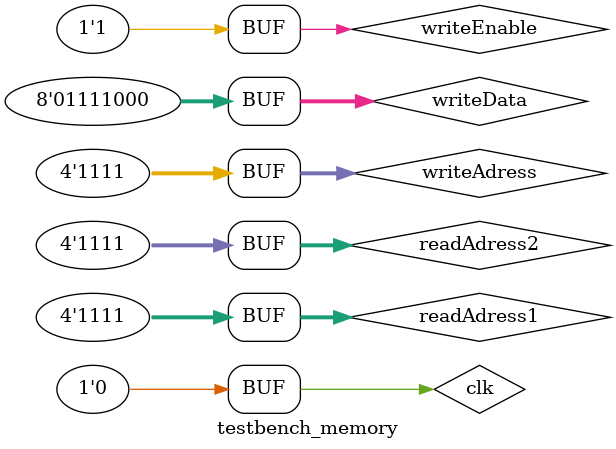
<source format=sv>
`timescale 1ns / 1ps


module testbench_memory();
    logic clk, writeEnable;
    logic [3:0] writeAdress;
    logic [7:0] writeData;
    logic [3:0] readAdress1;
    logic [3:0] readAdress2;
    logic [7:0] readData1;
    logic [7:0] readData2;
    
    memory_module dut( clk,writeEnable,writeData,writeAdress,readAdress1,readAdress2,readData1,readData2);
    
    always
        begin
            clk = 1; #1;
            clk = 0; #1;
        end
    
    initial begin
        writeEnable = 1;
        writeAdress = 4'b0;
        writeData = 8'b0;
        readAdress1 = 4'b0;
        readAdress2 = 4'b0;
        for ( int i  = 4'b0; i <= 4'b1111; i++) begin
            #10;
            writeAdress = i;
            writeData = writeData + i;
            
            readAdress1 = i;
            readAdress2 = i;
            #10;
        end
     end
endmodule

</source>
